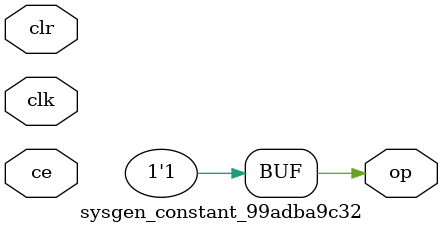
<source format=v>
module sysgen_constant_99adba9c32 (
  output [(1 - 1):0] op,
  input clk,
  input ce,
  input clr);
  assign op = 1'b1;
endmodule
</source>
